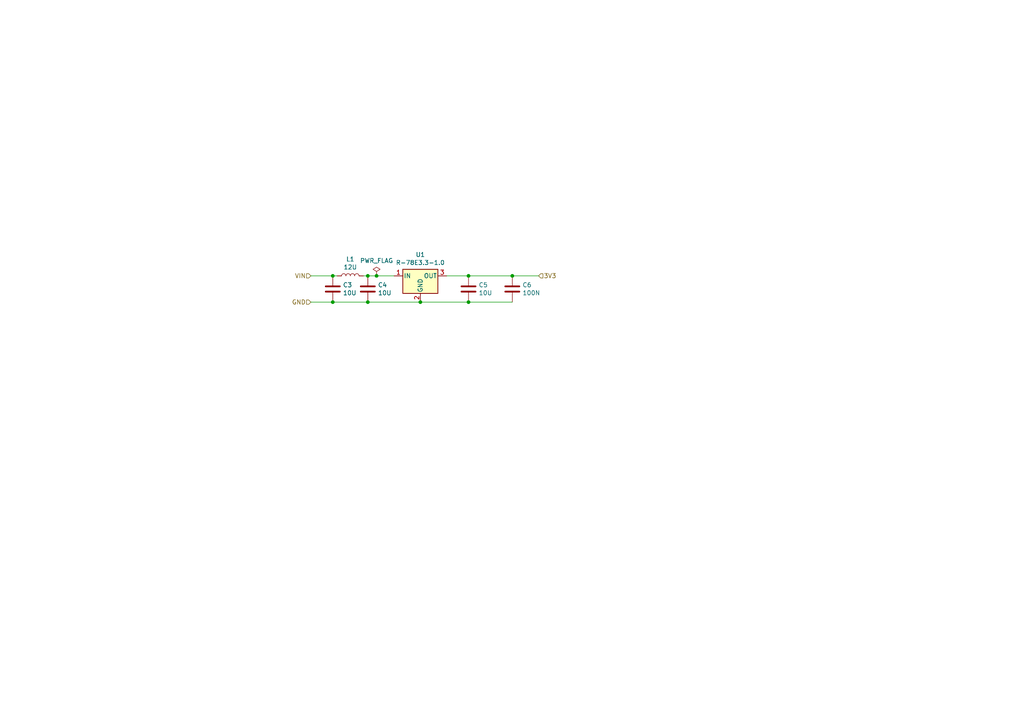
<source format=kicad_sch>
(kicad_sch (version 20211123) (generator eeschema)
  (paper "A4")
  (lib_symbols
    (symbol "Device:C" (pin_numbers hide) (pin_names (offset 0.254))
      (property "Reference" "C" (at 0.635 2.54 0))
      (property "Value" "C" (at 0.635 -2.54 0))
      (symbol "C_0_1"
        (polyline (pts (xy -2.032 -0.762) (xy 2.032 -0.762)) (stroke (width 0.508)))
        (polyline (pts (xy -2.032 0.762) (xy 2.032 0.762)) (stroke (width 0.508)))
      )
      (symbol "C_1_1"
        (pin passive line (at 0 3.81 270) (length 2.794) (name "~") (number "1"))
        (pin passive line (at 0 -3.81 90) (length 2.794) (name "~") (number "2"))
      )
    )
    (symbol "Device:L" (pin_numbers hide) (pin_names (offset 1.016) hide)
      (property "Reference" "L" (at -1.27 0 90))
      (property "Value" "L" (at 1.905 0 90))
      (symbol "L_0_1"
        (arc (start 0 -2.54) (mid 0.635 -1.905) (end 0 -1.27))
        (arc (start 0 -1.27) (mid 0.635 -0.635) (end 0 0))
        (arc (start 0 0) (mid 0.635 0.635) (end 0 1.27))
        (arc (start 0 1.27) (mid 0.635 1.905) (end 0 2.54))
      )
      (symbol "L_1_1"
        (pin passive line (at 0 3.81 270) (length 1.27) (name "1") (number "1"))
        (pin passive line (at 0 -3.81 90) (length 1.27) (name "2") (number "2"))
      )
    )
    (symbol "Regulator_Switching:R-78E3.3-1.0" (pin_names (offset 0.254))
      (property "Reference" "U" (at -3.81 3.175 0))
      (property "Value" "R-78E3.3-1.0" (at 0 3.175 0))
      (symbol "R-78E3.3-1.0_0_1"
        (rectangle (start -5.08 1.905) (end 5.08 -5.08) (stroke (width 0.254)) (fill (type background)))
      )
      (symbol "R-78E3.3-1.0_1_1"
        (pin power_in line (at -7.62 0 0) (length 2.54) (name "IN") (number "1"))
        (pin power_in line (at 0 -7.62 90) (length 2.54) (name "GND") (number "2"))
        (pin power_out line (at 7.62 0 180) (length 2.54) (name "OUT") (number "3"))
      )
    )
    (symbol "power:PWR_FLAG" (power) (pin_numbers hide) (pin_names (offset 0) hide)
      (property "Value" "PWR_FLAG" (at 0 3.81 0))
      (symbol "PWR_FLAG_0_0"
        (pin power_out line (at 0 0 90) (length 0) (name "pwr") (number "1"))
      )
      (symbol "PWR_FLAG_0_1"
        (polyline (pts (xy 0 0) (xy 0 1.27) (xy -1.016 1.905) (xy 0 2.54) (xy 1.016 1.905) (xy 0 1.27)))
      )
    )
  )
  (junction (at 148.59 80.01))
  (junction (at 121.92 87.63))
  (junction (at 96.52 80.01))
  (junction (at 96.52 87.63))
  (junction (at 135.89 80.01))
  (junction (at 135.89 87.63))
  (junction (at 106.68 80.01))
  (junction (at 109.22 80.01))
  (junction (at 106.68 87.63))
  (wire (pts (xy 90.17 80.01) (xy 96.52 80.01)))
  (wire (pts (xy 148.59 80.01) (xy 156.21 80.01)))
  (wire (pts (xy 106.68 87.63) (xy 96.52 87.63)))
  (wire (pts (xy 109.22 80.01) (xy 114.3 80.01)))
  (wire (pts (xy 106.68 80.01) (xy 109.22 80.01)))
  (wire (pts (xy 96.52 80.01) (xy 97.79 80.01)))
  (wire (pts (xy 96.52 87.63) (xy 90.17 87.63)))
  (wire (pts (xy 121.92 87.63) (xy 106.68 87.63)))
  (wire (pts (xy 129.54 80.01) (xy 135.89 80.01)))
  (wire (pts (xy 148.59 87.63) (xy 135.89 87.63)))
  (wire (pts (xy 121.92 87.63) (xy 135.89 87.63)))
  (wire (pts (xy 135.89 80.01) (xy 148.59 80.01)))
  (wire (pts (xy 105.41 80.01) (xy 106.68 80.01)))
  (hierarchical_label "GND" (shape input) (at 90.17 87.63 180))
  (hierarchical_label "3V3" (shape input) (at 156.21 80.01 0))
  (hierarchical_label "VIN" (shape input) (at 90.17 80.01 180))
  (symbol (lib_id "Regulator_Switching:R-78E3.3-1.0") (at 121.92 80.01 0) (unit 1)
    (property "Reference" "U1" (at 121.92 73.8632 0))
    (property "Value" "R-78E3.3-1.0" (at 121.92 76.1746 0))
    (property "Footprint" "Converter_DCDC:Converter_DCDC_RECOM_R-78E-0.5_THT" (effects hide))
    (property "Datasheet" "https://www.recom-power.com/pdf/Innoline/R-78Exx-1.0.pdf" (effects hide))
  )
  (symbol (lib_id "Device:L") (at 101.6 80.01 90) (unit 1)
    (property "Reference" "L1" (at 101.6 75.184 90))
    (property "Value" "12U" (at 101.6 77.4954 90))
    (property "Footprint" "Inductor_THT:L_Radial_D8.7mm_P5.00mm_Fastron_07HCP" (effects hide))
  )
  (symbol (lib_id "Device:C") (at 106.68 83.82 0) (unit 1)
    (property "Reference" "C4" (at 109.601 82.6516 0) (effects (justify left)))
    (property "Value" "10U" (at 109.601 84.963 0) (effects (justify left)))
    (property "Footprint" "Capacitor_SMD:C_0805_2012Metric" (effects hide))
  )
  (symbol (lib_id "Device:C") (at 96.52 83.82 0) (unit 1)
    (property "Reference" "C3" (at 99.441 82.6516 0) (effects (justify left)))
    (property "Value" "10U" (at 99.441 84.963 0) (effects (justify left)))
    (property "Footprint" "Capacitor_SMD:C_0805_2012Metric" (effects hide))
  )
  (symbol (lib_id "Device:C") (at 135.89 83.82 0) (unit 1)
    (property "Reference" "C5" (at 138.811 82.6516 0) (effects (justify left)))
    (property "Value" "10U" (at 138.811 84.963 0) (effects (justify left)))
    (property "Footprint" "Capacitor_SMD:C_0805_2012Metric" (effects hide))
  )
  (symbol (lib_id "Device:C") (at 148.59 83.82 0) (unit 1)
    (property "Reference" "C6" (at 151.511 82.6516 0) (effects (justify left)))
    (property "Value" "100N" (at 151.511 84.963 0) (effects (justify left)))
    (property "Footprint" "Capacitor_SMD:C_0603_1608Metric" (effects hide))
  )
  (symbol (lib_id "power:PWR_FLAG") (at 109.22 80.01 0) (unit 1)
    (property "Reference" "#FLG04" (effects hide))
    (property "Value" "PWR_FLAG" (at 109.22 75.6158 0))
  )
)
</source>
